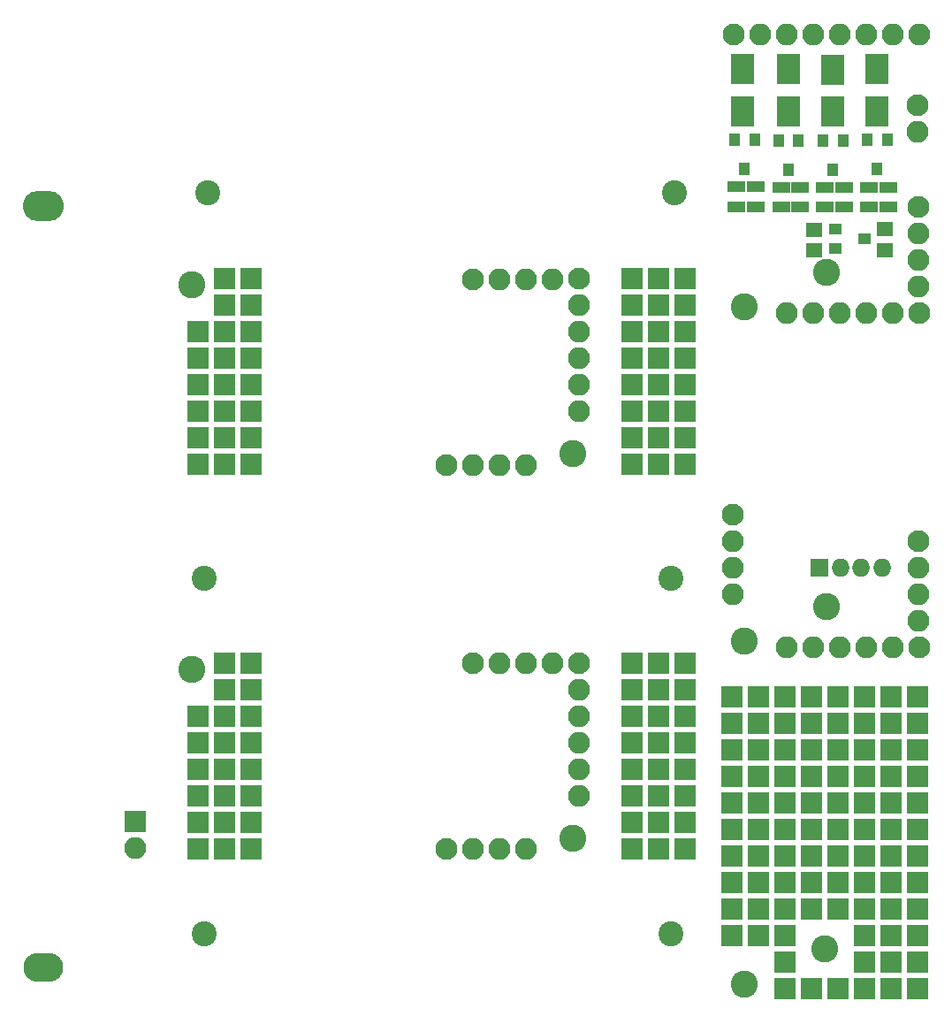
<source format=gbs>
%MOIN*%
%OFA0B0*%
%FSLAX46Y46*%
%IPPOS*%
%LPD*%
%ADD10C,0.0039370078740157488*%
%ADD11R,0.082677165354330714X0.082677165354330714*%
%ADD12C,0.10236220472440946*%
%ADD23C,0.0039370078740157488*%
%ADD24C,0.082677165354330714*%
%ADD25O,0.082677165354330714X0.082677165354330714*%
%ADD26C,0.10236220472440946*%
%ADD27R,0.051181102362204731X0.03937007874015748*%
%ADD28R,0.064960629921259838X0.055118110236220472*%
%ADD29R,0.086614173228346469X0.1141732283464567*%
%ADD30R,0.066929133858267723X0.043307086614173235*%
%ADD31R,0.03937007874015748X0.051181102362204731*%
%ADD42C,0.0039370078740157488*%
%ADD43O,0.1141732283464567X0.1141732283464567*%
%ADD44O,0.11023622047244094X0.11023622047244094*%
%ADD45R,0.082677165354330714X0.082677165354330714*%
%ADD46O,0.082677165354330714X0.082677165354330714*%
%ADD57C,0.0039370078740157488*%
%ADD58C,0.10236220472440946*%
%ADD59R,0.082677165354330714X0.082677165354330714*%
%ADD60C,0.082677165354330714*%
%ADD61O,0.082677165354330714X0.082677165354330714*%
%ADD62C,0.094488188976377951*%
%ADD73C,0.0039370078740157488*%
%ADD74C,0.10236220472440946*%
%ADD75R,0.082677165354330714X0.082677165354330714*%
%ADD76C,0.082677165354330714*%
%ADD77O,0.082677165354330714X0.082677165354330714*%
%ADD78C,0.094488188976377951*%
%ADD89C,0.0039370078740157488*%
%ADD90C,0.082677165354330714*%
%ADD91O,0.082677165354330714X0.082677165354330714*%
%ADD92C,0.10236220472440946*%
%ADD93R,0.068897637795275593X0.068897637795275593*%
%ADD94O,0.068897637795275593X0.068897637795275593*%
%LPD*%
G01*
D10*
D11*
X-0002165354Y0005511811D02*
X0003684645Y0001161811D03*
X0003584645Y0001161811D03*
X0003684645Y0001061811D03*
X0003584645Y0001061811D03*
D12*
X0003031496Y0000078740D03*
X0003334645Y0000211810D03*
D11*
X0002984645Y0001161811D03*
X0003084645Y0001161811D03*
X0003184645Y0001161811D03*
X0003284645Y0001161811D03*
X0003384645Y0001161811D03*
X0003484645Y0001161811D03*
X0002984645Y0001061811D03*
X0003084645Y0001061811D03*
X0003184645Y0001061811D03*
X0003284645Y0001061811D03*
X0003384645Y0001061811D03*
X0003484645Y0001061811D03*
X0002984645Y0000961810D03*
X0003084645Y0000961810D03*
X0003184645Y0000961810D03*
X0003284645Y0000961810D03*
X0003384645Y0000961810D03*
X0003484645Y0000961810D03*
X0003584645Y0000961810D03*
X0003684645Y0000961810D03*
X0002984645Y0000861810D03*
X0003084645Y0000861810D03*
X0003184645Y0000861810D03*
X0003284645Y0000861810D03*
X0003384645Y0000861810D03*
X0003484645Y0000861810D03*
X0003584645Y0000861810D03*
X0003684645Y0000861810D03*
X0002984645Y0000761810D03*
X0003084645Y0000761810D03*
X0003184645Y0000761810D03*
X0003284645Y0000761810D03*
X0003384645Y0000761810D03*
X0003484645Y0000761810D03*
X0003584645Y0000761810D03*
X0003684645Y0000761810D03*
X0002984645Y0000661811D03*
X0003084645Y0000661811D03*
X0003184645Y0000661811D03*
X0003284645Y0000661811D03*
X0003384645Y0000661811D03*
X0003484645Y0000661811D03*
X0003584645Y0000661811D03*
X0003684645Y0000661811D03*
X0002984645Y0000561810D03*
X0003084645Y0000561810D03*
X0003184645Y0000561810D03*
X0003284645Y0000561810D03*
X0003384645Y0000561810D03*
X0003484645Y0000561810D03*
X0003584645Y0000561810D03*
X0003684645Y0000561810D03*
X0002984645Y0000461809D03*
X0003084645Y0000461809D03*
X0003184645Y0000461809D03*
X0003284645Y0000461809D03*
X0003384645Y0000461809D03*
X0003484645Y0000461809D03*
X0003584645Y0000461809D03*
X0003684645Y0000461809D03*
X0002984645Y0000361810D03*
X0003084645Y0000361810D03*
X0003184645Y0000361810D03*
X0003284645Y0000361810D03*
X0003384645Y0000361810D03*
X0003484645Y0000361810D03*
X0003584645Y0000361810D03*
X0003684645Y0000361810D03*
X0002984645Y0000261811D03*
X0003084645Y0000261811D03*
X0003184645Y0000261811D03*
X0003484645Y0000261811D03*
X0003584645Y0000261811D03*
X0003684645Y0000261811D03*
X0003184645Y0000161811D03*
X0003484645Y0000161811D03*
X0003584645Y0000161811D03*
X0003684645Y0000161811D03*
X0003184645Y0000061810D03*
X0003284645Y0000061810D03*
X0003384645Y0000061810D03*
X0003484645Y0000061810D03*
X0003584645Y0000061810D03*
X0003684645Y0000061810D03*
G01*
D23*
D24*
X-0003740157Y0007480314D02*
X0003684842Y0003390314D03*
D25*
X0003684842Y0003290314D03*
D24*
X0002989842Y0003657314D03*
D25*
X0003089842Y0003657314D03*
X0003189842Y0003657314D03*
X0003289842Y0003657314D03*
X0003389842Y0003657314D03*
X0003489842Y0003657314D03*
X0003589842Y0003657314D03*
X0003689842Y0003657314D03*
D24*
X0003687341Y0003007814D03*
D25*
X0003687341Y0002907814D03*
X0003687341Y0002807814D03*
X0003687341Y0002707814D03*
D24*
X0003689842Y0002607813D03*
D25*
X0003589842Y0002607813D03*
X0003489842Y0002607813D03*
X0003389842Y0002607813D03*
X0003289842Y0002607813D03*
X0003189842Y0002607813D03*
D26*
X0003029842Y0002630314D03*
X0003339842Y0002760313D03*
D27*
X0003485960Y0002889314D03*
X0003375724Y0002926716D03*
X0003375724Y0002851912D03*
D28*
X0003561842Y0002924684D03*
X0003561842Y0002845944D03*
X0003294842Y0002923185D03*
X0003294842Y0002844444D03*
D29*
X0003023842Y0003527055D03*
X0003023842Y0003369574D03*
D30*
X0003074842Y0003083716D03*
X0003074842Y0003008913D03*
X0003002842Y0003083716D03*
X0003002842Y0003008913D03*
D31*
X0003032842Y0003150196D03*
X0003070244Y0003260433D03*
X0002995440Y0003260433D03*
D29*
X0003197842Y0003527055D03*
X0003197842Y0003369574D03*
X0003365842Y0003525055D03*
X0003365842Y0003367574D03*
X0003532841Y0003527055D03*
X0003532841Y0003369574D03*
D31*
X0003198842Y0003149196D03*
X0003236244Y0003259433D03*
X0003161440Y0003259433D03*
X0003365842Y0003149196D03*
X0003403244Y0003259433D03*
X0003328439Y0003259433D03*
X0003532841Y0003150196D03*
X0003570244Y0003260433D03*
X0003495440Y0003260433D03*
D30*
X0003242841Y0003082716D03*
X0003242841Y0003007913D03*
X0003169842Y0003082716D03*
X0003169842Y0003007913D03*
X0003407842Y0003082716D03*
X0003407842Y0003007913D03*
X0003335842Y0003082716D03*
X0003335842Y0003007913D03*
X0003574842Y0003081716D03*
X0003574842Y0003006913D03*
X0003502842Y0003081716D03*
X0003502842Y0003006913D03*
G04 next file*
%LPD*%
G01*
D42*
D43*
X-0006692913Y0004921259D02*
X0000406771Y0003011299D03*
X0000367401Y0003011299D03*
D44*
X0000367401Y0000141220D03*
X0000406771Y0000141220D03*
X0000387086Y0000141220D03*
D43*
X0000387086Y0003011299D03*
D45*
X0000734586Y0000691259D03*
D46*
X0000734586Y0000591259D03*
G01*
D57*
D58*
X-0002465984Y-0006139999D02*
X0000949015Y0001265000D03*
D59*
X0001171515Y0000590000D03*
X0001171515Y0000689999D03*
X0001171515Y0000790000D03*
X0001171515Y0000890000D03*
X0001171515Y0000990000D03*
X0001171515Y0001090000D03*
X0001171515Y0001190000D03*
X0001171515Y0001290000D03*
X0001071515Y0000590000D03*
X0001071515Y0000689999D03*
X0001071515Y0000790000D03*
X0001071515Y0000890000D03*
X0001071515Y0000990000D03*
X0001071515Y0001090000D03*
X0001071515Y0001190000D03*
X0001071515Y0001290000D03*
X0000971515Y0000590000D03*
X0000971515Y0000689999D03*
X0000971515Y0000790000D03*
X0000971515Y0000890000D03*
X0000971515Y0000990000D03*
X0000971515Y0001090000D03*
X0002609015Y0000590000D03*
X0002609015Y0000689999D03*
X0002609015Y0000790000D03*
X0002609015Y0000890000D03*
X0002609015Y0000990000D03*
X0002609015Y0001090000D03*
X0002609015Y0001190000D03*
X0002609015Y0001290000D03*
X0002709014Y0000590000D03*
X0002709014Y0000689999D03*
X0002709014Y0000790000D03*
X0002709014Y0000890000D03*
X0002709014Y0000990000D03*
X0002709014Y0001090000D03*
X0002709014Y0001190000D03*
X0002709014Y0001290000D03*
X0002809015Y0000590000D03*
X0002809015Y0000689999D03*
X0002809015Y0000790000D03*
X0002809015Y0000890000D03*
X0002809015Y0000990000D03*
X0002809015Y0001090000D03*
X0002809015Y0001190000D03*
X0002809015Y0001290000D03*
D60*
X0001906515Y0000587500D03*
D61*
X0002006514Y0000587500D03*
X0002106515Y0000587500D03*
X0002206515Y0000587500D03*
D60*
X0002006514Y0001287500D03*
D61*
X0002106515Y0001287500D03*
X0002206515Y0001287500D03*
X0002306515Y0001287500D03*
D60*
X0002406515Y0001290000D03*
D61*
X0002406515Y0001190000D03*
X0002406515Y0001090000D03*
X0002406515Y0000990000D03*
X0002406515Y0000890000D03*
X0002406515Y0000790000D03*
D58*
X0002384015Y0000630000D03*
D62*
X0000994094Y0001610000D03*
X0002753935Y0001610000D03*
X0002753935Y0000270000D03*
X0000994094Y0000270000D03*
G04 next file*
G01*
D73*
D74*
X-0002465984Y-0004691496D02*
X0000949015Y0002713503D03*
D75*
X0001171515Y0002038503D03*
X0001171515Y0002138503D03*
X0001171515Y0002238503D03*
X0001171515Y0002338503D03*
X0001171515Y0002438503D03*
X0001171515Y0002538503D03*
X0001171515Y0002638503D03*
X0001171515Y0002738503D03*
X0001071515Y0002038503D03*
X0001071515Y0002138503D03*
X0001071515Y0002238503D03*
X0001071515Y0002338503D03*
X0001071515Y0002438503D03*
X0001071515Y0002538503D03*
X0001071515Y0002638503D03*
X0001071515Y0002738503D03*
X0000971515Y0002038503D03*
X0000971515Y0002138503D03*
X0000971515Y0002238503D03*
X0000971515Y0002338503D03*
X0000971515Y0002438503D03*
X0000971515Y0002538503D03*
X0002609015Y0002038503D03*
X0002609015Y0002138503D03*
X0002609015Y0002238503D03*
X0002609015Y0002338503D03*
X0002609015Y0002438503D03*
X0002609015Y0002538503D03*
X0002609015Y0002638503D03*
X0002609015Y0002738503D03*
X0002709014Y0002038503D03*
X0002709014Y0002138503D03*
X0002709014Y0002238503D03*
X0002709014Y0002338503D03*
X0002709014Y0002438503D03*
X0002709014Y0002538503D03*
X0002709014Y0002638503D03*
X0002709014Y0002738503D03*
X0002809015Y0002038503D03*
X0002809015Y0002138503D03*
X0002809015Y0002238503D03*
X0002809015Y0002338503D03*
X0002809015Y0002438503D03*
X0002809015Y0002538503D03*
X0002809015Y0002638503D03*
X0002809015Y0002738503D03*
D76*
X0001906515Y0002036003D03*
D77*
X0002006514Y0002036003D03*
X0002106515Y0002036003D03*
X0002206515Y0002036003D03*
D76*
X0002006514Y0002736002D03*
D77*
X0002106515Y0002736002D03*
X0002206515Y0002736002D03*
X0002306515Y0002736002D03*
D76*
X0002406515Y0002738503D03*
D77*
X0002406515Y0002638503D03*
X0002406515Y0002538503D03*
X0002406515Y0002438503D03*
X0002406515Y0002338503D03*
X0002406515Y0002238503D03*
D74*
X0002384015Y0002078503D03*
D78*
X0001009093Y0003061003D03*
X0002768936Y0003061003D03*
G04 next file*
G04 #@! TF.FileFunction,Soldermask,Bot*
G04 Gerber Fmt 4.6, Leading zero omitted, Abs format (unit mm)*
G04 Created by KiCad (PCBNEW 4.0.2-stable) date 05.07.2017 20:47:00*
G01*
G04 APERTURE LIST*
G04 APERTURE END LIST*
D89*
D90*
X-0003740157Y0006220472D02*
X0002987342Y0001847972D03*
D91*
X0002987342Y0001747972D03*
X0002987342Y0001647972D03*
X0002987342Y0001547972D03*
D90*
X0003687341Y0001747972D03*
D91*
X0003687341Y0001647972D03*
X0003687341Y0001547972D03*
X0003687341Y0001447972D03*
D90*
X0003689842Y0001347972D03*
D91*
X0003589842Y0001347972D03*
X0003489842Y0001347972D03*
X0003389842Y0001347972D03*
X0003289842Y0001347972D03*
X0003189842Y0001347972D03*
D92*
X0003029842Y0001370472D03*
X0003339842Y0001500472D03*
D93*
X0003314841Y0001647972D03*
D94*
X0003393582Y0001647972D03*
X0003472322Y0001647972D03*
X0003551062Y0001647972D03*
M02*
</source>
